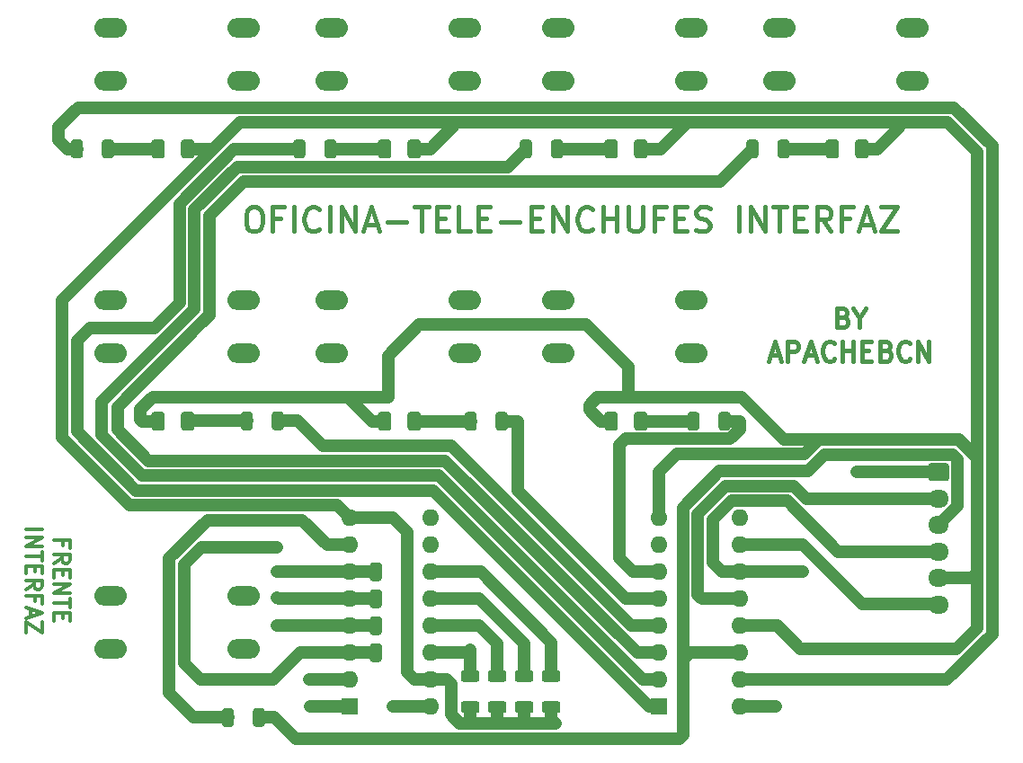
<source format=gbr>
%TF.GenerationSoftware,KiCad,Pcbnew,5.1.10*%
%TF.CreationDate,2021-07-27T03:07:11+02:00*%
%TF.ProjectId,OFICINA-TELE-ENCHUFES-INTERFAZ,4f464943-494e-4412-9d54-454c452d454e,rev?*%
%TF.SameCoordinates,Original*%
%TF.FileFunction,Copper,L1,Top*%
%TF.FilePolarity,Positive*%
%FSLAX46Y46*%
G04 Gerber Fmt 4.6, Leading zero omitted, Abs format (unit mm)*
G04 Created by KiCad (PCBNEW 5.1.10) date 2021-07-27 03:07:11*
%MOMM*%
%LPD*%
G01*
G04 APERTURE LIST*
%TA.AperFunction,NonConductor*%
%ADD10C,0.450000*%
%TD*%
%TA.AperFunction,NonConductor*%
%ADD11C,0.375000*%
%TD*%
%TA.AperFunction,ComponentPad*%
%ADD12O,1.600000X1.600000*%
%TD*%
%TA.AperFunction,ComponentPad*%
%ADD13R,1.600000X1.600000*%
%TD*%
%TA.AperFunction,ComponentPad*%
%ADD14O,3.048000X1.850000*%
%TD*%
%TA.AperFunction,ComponentPad*%
%ADD15O,1.950000X1.700000*%
%TD*%
%TA.AperFunction,ViaPad*%
%ADD16C,0.800000*%
%TD*%
%TA.AperFunction,Conductor*%
%ADD17C,1.200000*%
%TD*%
G04 APERTURE END LIST*
D10*
X127069714Y-78288476D02*
X127507809Y-78288476D01*
X127726857Y-78398000D01*
X127945904Y-78617047D01*
X128055428Y-79055142D01*
X128055428Y-79821809D01*
X127945904Y-80259904D01*
X127726857Y-80478952D01*
X127507809Y-80588476D01*
X127069714Y-80588476D01*
X126850666Y-80478952D01*
X126631619Y-80259904D01*
X126522095Y-79821809D01*
X126522095Y-79055142D01*
X126631619Y-78617047D01*
X126850666Y-78398000D01*
X127069714Y-78288476D01*
X129807809Y-79383714D02*
X129041142Y-79383714D01*
X129041142Y-80588476D02*
X129041142Y-78288476D01*
X130136380Y-78288476D01*
X131012571Y-80588476D02*
X131012571Y-78288476D01*
X133422095Y-80369428D02*
X133312571Y-80478952D01*
X132984000Y-80588476D01*
X132764952Y-80588476D01*
X132436380Y-80478952D01*
X132217333Y-80259904D01*
X132107809Y-80040857D01*
X131998285Y-79602761D01*
X131998285Y-79274190D01*
X132107809Y-78836095D01*
X132217333Y-78617047D01*
X132436380Y-78398000D01*
X132764952Y-78288476D01*
X132984000Y-78288476D01*
X133312571Y-78398000D01*
X133422095Y-78507523D01*
X134407809Y-80588476D02*
X134407809Y-78288476D01*
X135503047Y-80588476D02*
X135503047Y-78288476D01*
X136817333Y-80588476D01*
X136817333Y-78288476D01*
X137803047Y-79931333D02*
X138898285Y-79931333D01*
X137584000Y-80588476D02*
X138350666Y-78288476D01*
X139117333Y-80588476D01*
X139884000Y-79712285D02*
X141636380Y-79712285D01*
X142403047Y-78288476D02*
X143717333Y-78288476D01*
X143060190Y-80588476D02*
X143060190Y-78288476D01*
X144484000Y-79383714D02*
X145250666Y-79383714D01*
X145579238Y-80588476D02*
X144484000Y-80588476D01*
X144484000Y-78288476D01*
X145579238Y-78288476D01*
X147660190Y-80588476D02*
X146564952Y-80588476D01*
X146564952Y-78288476D01*
X148426857Y-79383714D02*
X149193523Y-79383714D01*
X149522095Y-80588476D02*
X148426857Y-80588476D01*
X148426857Y-78288476D01*
X149522095Y-78288476D01*
X150507809Y-79712285D02*
X152260190Y-79712285D01*
X153355428Y-79383714D02*
X154122095Y-79383714D01*
X154450666Y-80588476D02*
X153355428Y-80588476D01*
X153355428Y-78288476D01*
X154450666Y-78288476D01*
X155436380Y-80588476D02*
X155436380Y-78288476D01*
X156750666Y-80588476D01*
X156750666Y-78288476D01*
X159160190Y-80369428D02*
X159050666Y-80478952D01*
X158722095Y-80588476D01*
X158503047Y-80588476D01*
X158174476Y-80478952D01*
X157955428Y-80259904D01*
X157845904Y-80040857D01*
X157736380Y-79602761D01*
X157736380Y-79274190D01*
X157845904Y-78836095D01*
X157955428Y-78617047D01*
X158174476Y-78398000D01*
X158503047Y-78288476D01*
X158722095Y-78288476D01*
X159050666Y-78398000D01*
X159160190Y-78507523D01*
X160145904Y-80588476D02*
X160145904Y-78288476D01*
X160145904Y-79383714D02*
X161460190Y-79383714D01*
X161460190Y-80588476D02*
X161460190Y-78288476D01*
X162555428Y-78288476D02*
X162555428Y-80150380D01*
X162664952Y-80369428D01*
X162774476Y-80478952D01*
X162993523Y-80588476D01*
X163431619Y-80588476D01*
X163650666Y-80478952D01*
X163760190Y-80369428D01*
X163869714Y-80150380D01*
X163869714Y-78288476D01*
X165731619Y-79383714D02*
X164964952Y-79383714D01*
X164964952Y-80588476D02*
X164964952Y-78288476D01*
X166060190Y-78288476D01*
X166936380Y-79383714D02*
X167703047Y-79383714D01*
X168031619Y-80588476D02*
X166936380Y-80588476D01*
X166936380Y-78288476D01*
X168031619Y-78288476D01*
X168907809Y-80478952D02*
X169236380Y-80588476D01*
X169784000Y-80588476D01*
X170003047Y-80478952D01*
X170112571Y-80369428D01*
X170222095Y-80150380D01*
X170222095Y-79931333D01*
X170112571Y-79712285D01*
X170003047Y-79602761D01*
X169784000Y-79493238D01*
X169345904Y-79383714D01*
X169126857Y-79274190D01*
X169017333Y-79164666D01*
X168907809Y-78945619D01*
X168907809Y-78726571D01*
X169017333Y-78507523D01*
X169126857Y-78398000D01*
X169345904Y-78288476D01*
X169893523Y-78288476D01*
X170222095Y-78398000D01*
X172960190Y-80588476D02*
X172960190Y-78288476D01*
X174055428Y-80588476D02*
X174055428Y-78288476D01*
X175369714Y-80588476D01*
X175369714Y-78288476D01*
X176136380Y-78288476D02*
X177450666Y-78288476D01*
X176793523Y-80588476D02*
X176793523Y-78288476D01*
X178217333Y-79383714D02*
X178984000Y-79383714D01*
X179312571Y-80588476D02*
X178217333Y-80588476D01*
X178217333Y-78288476D01*
X179312571Y-78288476D01*
X181612571Y-80588476D02*
X180845904Y-79493238D01*
X180298285Y-80588476D02*
X180298285Y-78288476D01*
X181174476Y-78288476D01*
X181393523Y-78398000D01*
X181503047Y-78507523D01*
X181612571Y-78726571D01*
X181612571Y-79055142D01*
X181503047Y-79274190D01*
X181393523Y-79383714D01*
X181174476Y-79493238D01*
X180298285Y-79493238D01*
X183364952Y-79383714D02*
X182598285Y-79383714D01*
X182598285Y-80588476D02*
X182598285Y-78288476D01*
X183693523Y-78288476D01*
X184460190Y-79931333D02*
X185555428Y-79931333D01*
X184241142Y-80588476D02*
X185007809Y-78288476D01*
X185774476Y-80588476D01*
X186322095Y-78288476D02*
X187855428Y-78288476D01*
X186322095Y-80588476D01*
X187855428Y-80588476D01*
X182777142Y-88696428D02*
X183034285Y-88782142D01*
X183120000Y-88867857D01*
X183205714Y-89039285D01*
X183205714Y-89296428D01*
X183120000Y-89467857D01*
X183034285Y-89553571D01*
X182862857Y-89639285D01*
X182177142Y-89639285D01*
X182177142Y-87839285D01*
X182777142Y-87839285D01*
X182948571Y-87925000D01*
X183034285Y-88010714D01*
X183120000Y-88182142D01*
X183120000Y-88353571D01*
X183034285Y-88525000D01*
X182948571Y-88610714D01*
X182777142Y-88696428D01*
X182177142Y-88696428D01*
X184320000Y-88782142D02*
X184320000Y-89639285D01*
X183720000Y-87839285D02*
X184320000Y-88782142D01*
X184920000Y-87839285D01*
X175920000Y-92275000D02*
X176777142Y-92275000D01*
X175748571Y-92789285D02*
X176348571Y-90989285D01*
X176948571Y-92789285D01*
X177548571Y-92789285D02*
X177548571Y-90989285D01*
X178234285Y-90989285D01*
X178405714Y-91075000D01*
X178491428Y-91160714D01*
X178577142Y-91332142D01*
X178577142Y-91589285D01*
X178491428Y-91760714D01*
X178405714Y-91846428D01*
X178234285Y-91932142D01*
X177548571Y-91932142D01*
X179262857Y-92275000D02*
X180120000Y-92275000D01*
X179091428Y-92789285D02*
X179691428Y-90989285D01*
X180291428Y-92789285D01*
X181920000Y-92617857D02*
X181834285Y-92703571D01*
X181577142Y-92789285D01*
X181405714Y-92789285D01*
X181148571Y-92703571D01*
X180977142Y-92532142D01*
X180891428Y-92360714D01*
X180805714Y-92017857D01*
X180805714Y-91760714D01*
X180891428Y-91417857D01*
X180977142Y-91246428D01*
X181148571Y-91075000D01*
X181405714Y-90989285D01*
X181577142Y-90989285D01*
X181834285Y-91075000D01*
X181920000Y-91160714D01*
X182691428Y-92789285D02*
X182691428Y-90989285D01*
X182691428Y-91846428D02*
X183720000Y-91846428D01*
X183720000Y-92789285D02*
X183720000Y-90989285D01*
X184577142Y-91846428D02*
X185177142Y-91846428D01*
X185434285Y-92789285D02*
X184577142Y-92789285D01*
X184577142Y-90989285D01*
X185434285Y-90989285D01*
X186805714Y-91846428D02*
X187062857Y-91932142D01*
X187148571Y-92017857D01*
X187234285Y-92189285D01*
X187234285Y-92446428D01*
X187148571Y-92617857D01*
X187062857Y-92703571D01*
X186891428Y-92789285D01*
X186205714Y-92789285D01*
X186205714Y-90989285D01*
X186805714Y-90989285D01*
X186977142Y-91075000D01*
X187062857Y-91160714D01*
X187148571Y-91332142D01*
X187148571Y-91503571D01*
X187062857Y-91675000D01*
X186977142Y-91760714D01*
X186805714Y-91846428D01*
X186205714Y-91846428D01*
X189034285Y-92617857D02*
X188948571Y-92703571D01*
X188691428Y-92789285D01*
X188520000Y-92789285D01*
X188262857Y-92703571D01*
X188091428Y-92532142D01*
X188005714Y-92360714D01*
X187920000Y-92017857D01*
X187920000Y-91760714D01*
X188005714Y-91417857D01*
X188091428Y-91246428D01*
X188262857Y-91075000D01*
X188520000Y-90989285D01*
X188691428Y-90989285D01*
X188948571Y-91075000D01*
X189034285Y-91160714D01*
X189805714Y-92789285D02*
X189805714Y-90989285D01*
X190834285Y-92789285D01*
X190834285Y-90989285D01*
D11*
X109250642Y-110213000D02*
X109250642Y-109713000D01*
X108464928Y-109713000D02*
X109964928Y-109713000D01*
X109964928Y-110427285D01*
X108464928Y-111855857D02*
X109179214Y-111355857D01*
X108464928Y-110998714D02*
X109964928Y-110998714D01*
X109964928Y-111570142D01*
X109893500Y-111713000D01*
X109822071Y-111784428D01*
X109679214Y-111855857D01*
X109464928Y-111855857D01*
X109322071Y-111784428D01*
X109250642Y-111713000D01*
X109179214Y-111570142D01*
X109179214Y-110998714D01*
X109250642Y-112498714D02*
X109250642Y-112998714D01*
X108464928Y-113213000D02*
X108464928Y-112498714D01*
X109964928Y-112498714D01*
X109964928Y-113213000D01*
X108464928Y-113855857D02*
X109964928Y-113855857D01*
X108464928Y-114713000D01*
X109964928Y-114713000D01*
X109964928Y-115213000D02*
X109964928Y-116070142D01*
X108464928Y-115641571D02*
X109964928Y-115641571D01*
X109250642Y-116570142D02*
X109250642Y-117070142D01*
X108464928Y-117284428D02*
X108464928Y-116570142D01*
X109964928Y-116570142D01*
X109964928Y-117284428D01*
X105839928Y-108677285D02*
X107339928Y-108677285D01*
X105839928Y-109391571D02*
X107339928Y-109391571D01*
X105839928Y-110248714D01*
X107339928Y-110248714D01*
X107339928Y-110748714D02*
X107339928Y-111605857D01*
X105839928Y-111177285D02*
X107339928Y-111177285D01*
X106625642Y-112105857D02*
X106625642Y-112605857D01*
X105839928Y-112820142D02*
X105839928Y-112105857D01*
X107339928Y-112105857D01*
X107339928Y-112820142D01*
X105839928Y-114320142D02*
X106554214Y-113820142D01*
X105839928Y-113463000D02*
X107339928Y-113463000D01*
X107339928Y-114034428D01*
X107268500Y-114177285D01*
X107197071Y-114248714D01*
X107054214Y-114320142D01*
X106839928Y-114320142D01*
X106697071Y-114248714D01*
X106625642Y-114177285D01*
X106554214Y-114034428D01*
X106554214Y-113463000D01*
X106625642Y-115463000D02*
X106625642Y-114963000D01*
X105839928Y-114963000D02*
X107339928Y-114963000D01*
X107339928Y-115677285D01*
X106268500Y-116177285D02*
X106268500Y-116891571D01*
X105839928Y-116034428D02*
X107339928Y-116534428D01*
X105839928Y-117034428D01*
X107339928Y-117391571D02*
X107339928Y-118391571D01*
X105839928Y-117391571D01*
X105839928Y-118391571D01*
%TO.P,RD2,2*%
%TO.N,/RD2*%
%TA.AperFunction,SMDPad,CuDef*%
G36*
G01*
X132115436Y-72197997D02*
X132115436Y-73448003D01*
G75*
G02*
X131865439Y-73698000I-249997J0D01*
G01*
X131240433Y-73698000D01*
G75*
G02*
X130990436Y-73448003I0J249997D01*
G01*
X130990436Y-72197997D01*
G75*
G02*
X131240433Y-71948000I249997J0D01*
G01*
X131865439Y-71948000D01*
G75*
G02*
X132115436Y-72197997I0J-249997D01*
G01*
G37*
%TD.AperFunction*%
%TO.P,RD2,1*%
%TO.N,Net-(D2-Pad2)*%
%TA.AperFunction,SMDPad,CuDef*%
G36*
G01*
X135040436Y-72197997D02*
X135040436Y-73448003D01*
G75*
G02*
X134790439Y-73698000I-249997J0D01*
G01*
X134165433Y-73698000D01*
G75*
G02*
X133915436Y-73448003I0J249997D01*
G01*
X133915436Y-72197997D01*
G75*
G02*
X134165433Y-71948000I249997J0D01*
G01*
X134790439Y-71948000D01*
G75*
G02*
X135040436Y-72197997I0J-249997D01*
G01*
G37*
%TD.AperFunction*%
%TD*%
D12*
%TO.P,U1,16*%
%TO.N,VCC*%
X143937436Y-125363000D03*
%TO.P,U1,8*%
%TO.N,GND*%
X136317436Y-107583000D03*
%TO.P,U1,15*%
X143937436Y-122823000D03*
%TO.P,U1,7*%
%TO.N,/DATA_IN*%
X136317436Y-110123000D03*
%TO.P,U1,14*%
%TO.N,/SW4*%
X143937436Y-120283000D03*
%TO.P,U1,6*%
%TO.N,/SW_ALL_OFF1*%
X136317436Y-112663000D03*
%TO.P,U1,13*%
%TO.N,/SW3*%
X143937436Y-117743000D03*
%TO.P,U1,5*%
%TO.N,/SW7*%
X136317436Y-115203000D03*
%TO.P,U1,12*%
%TO.N,/SW2*%
X143937436Y-115203000D03*
%TO.P,U1,4*%
%TO.N,/SW6*%
X136317436Y-117743000D03*
%TO.P,U1,11*%
%TO.N,/SW1*%
X143937436Y-112663000D03*
%TO.P,U1,3*%
%TO.N,/SW5*%
X136317436Y-120283000D03*
%TO.P,U1,10*%
%TO.N,Net-(U1-Pad10)*%
X143937436Y-110123000D03*
%TO.P,U1,2*%
%TO.N,/CLOCK*%
X136317436Y-122823000D03*
%TO.P,U1,9*%
%TO.N,Net-(U1-Pad9)*%
X143937436Y-107583000D03*
D13*
%TO.P,U1,1*%
%TO.N,/LOAD*%
X136317436Y-125363000D03*
%TD*%
D12*
%TO.P,U2,16*%
%TO.N,VCC*%
X173045000Y-125363000D03*
%TO.P,U2,8*%
%TO.N,GND*%
X165425000Y-107583000D03*
%TO.P,U2,15*%
%TO.N,/RD1*%
X173045000Y-122823000D03*
%TO.P,U2,7*%
%TO.N,Net-(U2-Pad7)*%
X165425000Y-110123000D03*
%TO.P,U2,14*%
%TO.N,/DATA*%
X173045000Y-120283000D03*
%TO.P,U2,6*%
%TO.N,/RD7*%
X165425000Y-112663000D03*
%TO.P,U2,13*%
%TO.N,GND*%
X173045000Y-117743000D03*
%TO.P,U2,5*%
%TO.N,/RD6*%
X165425000Y-115203000D03*
%TO.P,U2,12*%
%TO.N,/LATCH*%
X173045000Y-115203000D03*
%TO.P,U2,4*%
%TO.N,/RD5*%
X165425000Y-117743000D03*
%TO.P,U2,11*%
%TO.N,/CLOCK*%
X173045000Y-112663000D03*
%TO.P,U2,3*%
%TO.N,/RD4*%
X165425000Y-120283000D03*
%TO.P,U2,10*%
%TO.N,VCC*%
X173045000Y-110123000D03*
%TO.P,U2,2*%
%TO.N,/RD3*%
X165425000Y-122823000D03*
%TO.P,U2,9*%
%TO.N,Net-(U2-Pad9)*%
X173045000Y-107583000D03*
D13*
%TO.P,U2,1*%
%TO.N,/RD2*%
X165425000Y-125363000D03*
%TD*%
%TO.P,D1,2*%
%TO.N,Net-(D1-Pad2)*%
%TA.AperFunction,SMDPad,CuDef*%
G36*
G01*
X118867000Y-72198000D02*
X118867000Y-73448000D01*
G75*
G02*
X118617000Y-73698000I-250000J0D01*
G01*
X117867000Y-73698000D01*
G75*
G02*
X117617000Y-73448000I0J250000D01*
G01*
X117617000Y-72198000D01*
G75*
G02*
X117867000Y-71948000I250000J0D01*
G01*
X118617000Y-71948000D01*
G75*
G02*
X118867000Y-72198000I0J-250000D01*
G01*
G37*
%TD.AperFunction*%
%TO.P,D1,1*%
%TO.N,GND*%
%TA.AperFunction,SMDPad,CuDef*%
G36*
G01*
X121667000Y-72198000D02*
X121667000Y-73448000D01*
G75*
G02*
X121417000Y-73698000I-250000J0D01*
G01*
X120667000Y-73698000D01*
G75*
G02*
X120417000Y-73448000I0J250000D01*
G01*
X120417000Y-72198000D01*
G75*
G02*
X120667000Y-71948000I250000J0D01*
G01*
X121417000Y-71948000D01*
G75*
G02*
X121667000Y-72198000I0J-250000D01*
G01*
G37*
%TD.AperFunction*%
%TD*%
%TO.P,RD6,2*%
%TO.N,/RD6*%
%TA.AperFunction,SMDPad,CuDef*%
G36*
G01*
X150051000Y-99102003D02*
X150051000Y-97851997D01*
G75*
G02*
X150300997Y-97602000I249997J0D01*
G01*
X150926003Y-97602000D01*
G75*
G02*
X151176000Y-97851997I0J-249997D01*
G01*
X151176000Y-99102003D01*
G75*
G02*
X150926003Y-99352000I-249997J0D01*
G01*
X150300997Y-99352000D01*
G75*
G02*
X150051000Y-99102003I0J249997D01*
G01*
G37*
%TD.AperFunction*%
%TO.P,RD6,1*%
%TO.N,Net-(D6-Pad2)*%
%TA.AperFunction,SMDPad,CuDef*%
G36*
G01*
X147126000Y-99102003D02*
X147126000Y-97851997D01*
G75*
G02*
X147375997Y-97602000I249997J0D01*
G01*
X148001003Y-97602000D01*
G75*
G02*
X148251000Y-97851997I0J-249997D01*
G01*
X148251000Y-99102003D01*
G75*
G02*
X148001003Y-99352000I-249997J0D01*
G01*
X147375997Y-99352000D01*
G75*
G02*
X147126000Y-99102003I0J249997D01*
G01*
G37*
%TD.AperFunction*%
%TD*%
D14*
%TO.P,SW1,1*%
%TO.N,VCC*%
X126300000Y-61393000D03*
%TO.P,SW1,2*%
%TO.N,/SW1*%
X126300000Y-66393000D03*
%TO.P,SW1,1*%
%TO.N,VCC*%
X113800000Y-61393000D03*
%TO.P,SW1,2*%
%TO.N,/SW1*%
X113800000Y-66393000D03*
%TD*%
%TO.P,SWR7,2*%
%TO.N,/SW7*%
%TA.AperFunction,SMDPad,CuDef*%
G36*
G01*
X139316000Y-114577997D02*
X139316000Y-115828003D01*
G75*
G02*
X139066003Y-116078000I-249997J0D01*
G01*
X138440997Y-116078000D01*
G75*
G02*
X138191000Y-115828003I0J249997D01*
G01*
X138191000Y-114577997D01*
G75*
G02*
X138440997Y-114328000I249997J0D01*
G01*
X139066003Y-114328000D01*
G75*
G02*
X139316000Y-114577997I0J-249997D01*
G01*
G37*
%TD.AperFunction*%
%TO.P,SWR7,1*%
%TO.N,GND*%
%TA.AperFunction,SMDPad,CuDef*%
G36*
G01*
X142241000Y-114577997D02*
X142241000Y-115828003D01*
G75*
G02*
X141991003Y-116078000I-249997J0D01*
G01*
X141365997Y-116078000D01*
G75*
G02*
X141116000Y-115828003I0J249997D01*
G01*
X141116000Y-114577997D01*
G75*
G02*
X141365997Y-114328000I249997J0D01*
G01*
X141991003Y-114328000D01*
G75*
G02*
X142241000Y-114577997I0J-249997D01*
G01*
G37*
%TD.AperFunction*%
%TD*%
D15*
%TO.P,J1,6*%
%TO.N,VCC*%
X191760000Y-115770000D03*
%TO.P,J1,5*%
%TO.N,GND*%
X191760000Y-113270000D03*
%TO.P,J1,4*%
%TO.N,/CLOCK*%
X191760000Y-110770000D03*
%TO.P,J1,3*%
%TO.N,/DATA*%
X191760000Y-108270000D03*
%TO.P,J1,2*%
%TO.N,/LATCH*%
X191760000Y-105770000D03*
%TO.P,J1,1*%
%TO.N,/LOAD*%
%TA.AperFunction,ComponentPad*%
G36*
G01*
X191035000Y-102420000D02*
X192485000Y-102420000D01*
G75*
G02*
X192735000Y-102670000I0J-250000D01*
G01*
X192735000Y-103870000D01*
G75*
G02*
X192485000Y-104120000I-250000J0D01*
G01*
X191035000Y-104120000D01*
G75*
G02*
X190785000Y-103870000I0J250000D01*
G01*
X190785000Y-102670000D01*
G75*
G02*
X191035000Y-102420000I250000J0D01*
G01*
G37*
%TD.AperFunction*%
%TD*%
%TO.P,SWR8,2*%
%TO.N,/SW_ALL_OFF1*%
%TA.AperFunction,SMDPad,CuDef*%
G36*
G01*
X139316000Y-112037997D02*
X139316000Y-113288003D01*
G75*
G02*
X139066003Y-113538000I-249997J0D01*
G01*
X138440997Y-113538000D01*
G75*
G02*
X138191000Y-113288003I0J249997D01*
G01*
X138191000Y-112037997D01*
G75*
G02*
X138440997Y-111788000I249997J0D01*
G01*
X139066003Y-111788000D01*
G75*
G02*
X139316000Y-112037997I0J-249997D01*
G01*
G37*
%TD.AperFunction*%
%TO.P,SWR8,1*%
%TO.N,GND*%
%TA.AperFunction,SMDPad,CuDef*%
G36*
G01*
X142241000Y-112037997D02*
X142241000Y-113288003D01*
G75*
G02*
X141991003Y-113538000I-249997J0D01*
G01*
X141365997Y-113538000D01*
G75*
G02*
X141116000Y-113288003I0J249997D01*
G01*
X141116000Y-112037997D01*
G75*
G02*
X141365997Y-111788000I249997J0D01*
G01*
X141991003Y-111788000D01*
G75*
G02*
X142241000Y-112037997I0J-249997D01*
G01*
G37*
%TD.AperFunction*%
%TD*%
%TO.P,SWR6,2*%
%TO.N,/SW6*%
%TA.AperFunction,SMDPad,CuDef*%
G36*
G01*
X139316000Y-117117997D02*
X139316000Y-118368003D01*
G75*
G02*
X139066003Y-118618000I-249997J0D01*
G01*
X138440997Y-118618000D01*
G75*
G02*
X138191000Y-118368003I0J249997D01*
G01*
X138191000Y-117117997D01*
G75*
G02*
X138440997Y-116868000I249997J0D01*
G01*
X139066003Y-116868000D01*
G75*
G02*
X139316000Y-117117997I0J-249997D01*
G01*
G37*
%TD.AperFunction*%
%TO.P,SWR6,1*%
%TO.N,GND*%
%TA.AperFunction,SMDPad,CuDef*%
G36*
G01*
X142241000Y-117117997D02*
X142241000Y-118368003D01*
G75*
G02*
X141991003Y-118618000I-249997J0D01*
G01*
X141365997Y-118618000D01*
G75*
G02*
X141116000Y-118368003I0J249997D01*
G01*
X141116000Y-117117997D01*
G75*
G02*
X141365997Y-116868000I249997J0D01*
G01*
X141991003Y-116868000D01*
G75*
G02*
X142241000Y-117117997I0J-249997D01*
G01*
G37*
%TD.AperFunction*%
%TD*%
%TO.P,SWR5,1*%
%TO.N,GND*%
%TA.AperFunction,SMDPad,CuDef*%
G36*
G01*
X142241000Y-119657997D02*
X142241000Y-120908003D01*
G75*
G02*
X141991003Y-121158000I-249997J0D01*
G01*
X141365997Y-121158000D01*
G75*
G02*
X141116000Y-120908003I0J249997D01*
G01*
X141116000Y-119657997D01*
G75*
G02*
X141365997Y-119408000I249997J0D01*
G01*
X141991003Y-119408000D01*
G75*
G02*
X142241000Y-119657997I0J-249997D01*
G01*
G37*
%TD.AperFunction*%
%TO.P,SWR5,2*%
%TO.N,/SW5*%
%TA.AperFunction,SMDPad,CuDef*%
G36*
G01*
X139316000Y-119657997D02*
X139316000Y-120908003D01*
G75*
G02*
X139066003Y-121158000I-249997J0D01*
G01*
X138440997Y-121158000D01*
G75*
G02*
X138191000Y-120908003I0J249997D01*
G01*
X138191000Y-119657997D01*
G75*
G02*
X138440997Y-119408000I249997J0D01*
G01*
X139066003Y-119408000D01*
G75*
G02*
X139316000Y-119657997I0J-249997D01*
G01*
G37*
%TD.AperFunction*%
%TD*%
%TO.P,SWR4,2*%
%TO.N,/SW4*%
%TA.AperFunction,SMDPad,CuDef*%
G36*
G01*
X148267439Y-123050564D02*
X147017433Y-123050564D01*
G75*
G02*
X146767436Y-122800567I0J249997D01*
G01*
X146767436Y-122175561D01*
G75*
G02*
X147017433Y-121925564I249997J0D01*
G01*
X148267439Y-121925564D01*
G75*
G02*
X148517436Y-122175561I0J-249997D01*
G01*
X148517436Y-122800567D01*
G75*
G02*
X148267439Y-123050564I-249997J0D01*
G01*
G37*
%TD.AperFunction*%
%TO.P,SWR4,1*%
%TO.N,GND*%
%TA.AperFunction,SMDPad,CuDef*%
G36*
G01*
X148267439Y-125975564D02*
X147017433Y-125975564D01*
G75*
G02*
X146767436Y-125725567I0J249997D01*
G01*
X146767436Y-125100561D01*
G75*
G02*
X147017433Y-124850564I249997J0D01*
G01*
X148267439Y-124850564D01*
G75*
G02*
X148517436Y-125100561I0J-249997D01*
G01*
X148517436Y-125725567D01*
G75*
G02*
X148267439Y-125975564I-249997J0D01*
G01*
G37*
%TD.AperFunction*%
%TD*%
%TO.P,SWR3,2*%
%TO.N,/SW3*%
%TA.AperFunction,SMDPad,CuDef*%
G36*
G01*
X150807439Y-123050564D02*
X149557433Y-123050564D01*
G75*
G02*
X149307436Y-122800567I0J249997D01*
G01*
X149307436Y-122175561D01*
G75*
G02*
X149557433Y-121925564I249997J0D01*
G01*
X150807439Y-121925564D01*
G75*
G02*
X151057436Y-122175561I0J-249997D01*
G01*
X151057436Y-122800567D01*
G75*
G02*
X150807439Y-123050564I-249997J0D01*
G01*
G37*
%TD.AperFunction*%
%TO.P,SWR3,1*%
%TO.N,GND*%
%TA.AperFunction,SMDPad,CuDef*%
G36*
G01*
X150807439Y-125975564D02*
X149557433Y-125975564D01*
G75*
G02*
X149307436Y-125725567I0J249997D01*
G01*
X149307436Y-125100561D01*
G75*
G02*
X149557433Y-124850564I249997J0D01*
G01*
X150807439Y-124850564D01*
G75*
G02*
X151057436Y-125100561I0J-249997D01*
G01*
X151057436Y-125725567D01*
G75*
G02*
X150807439Y-125975564I-249997J0D01*
G01*
G37*
%TD.AperFunction*%
%TD*%
%TO.P,SWR2,2*%
%TO.N,/SW2*%
%TA.AperFunction,SMDPad,CuDef*%
G36*
G01*
X153347439Y-123050564D02*
X152097433Y-123050564D01*
G75*
G02*
X151847436Y-122800567I0J249997D01*
G01*
X151847436Y-122175561D01*
G75*
G02*
X152097433Y-121925564I249997J0D01*
G01*
X153347439Y-121925564D01*
G75*
G02*
X153597436Y-122175561I0J-249997D01*
G01*
X153597436Y-122800567D01*
G75*
G02*
X153347439Y-123050564I-249997J0D01*
G01*
G37*
%TD.AperFunction*%
%TO.P,SWR2,1*%
%TO.N,GND*%
%TA.AperFunction,SMDPad,CuDef*%
G36*
G01*
X153347439Y-125975564D02*
X152097433Y-125975564D01*
G75*
G02*
X151847436Y-125725567I0J249997D01*
G01*
X151847436Y-125100561D01*
G75*
G02*
X152097433Y-124850564I249997J0D01*
G01*
X153347439Y-124850564D01*
G75*
G02*
X153597436Y-125100561I0J-249997D01*
G01*
X153597436Y-125725567D01*
G75*
G02*
X153347439Y-125975564I-249997J0D01*
G01*
G37*
%TD.AperFunction*%
%TD*%
%TO.P,SWR1,2*%
%TO.N,/SW1*%
%TA.AperFunction,SMDPad,CuDef*%
G36*
G01*
X155887439Y-123050564D02*
X154637433Y-123050564D01*
G75*
G02*
X154387436Y-122800567I0J249997D01*
G01*
X154387436Y-122175561D01*
G75*
G02*
X154637433Y-121925564I249997J0D01*
G01*
X155887439Y-121925564D01*
G75*
G02*
X156137436Y-122175561I0J-249997D01*
G01*
X156137436Y-122800567D01*
G75*
G02*
X155887439Y-123050564I-249997J0D01*
G01*
G37*
%TD.AperFunction*%
%TO.P,SWR1,1*%
%TO.N,GND*%
%TA.AperFunction,SMDPad,CuDef*%
G36*
G01*
X155887439Y-125975564D02*
X154637433Y-125975564D01*
G75*
G02*
X154387436Y-125725567I0J249997D01*
G01*
X154387436Y-125100561D01*
G75*
G02*
X154637433Y-124850564I249997J0D01*
G01*
X155887439Y-124850564D01*
G75*
G02*
X156137436Y-125100561I0J-249997D01*
G01*
X156137436Y-125725567D01*
G75*
G02*
X155887439Y-125975564I-249997J0D01*
G01*
G37*
%TD.AperFunction*%
%TD*%
%TO.P,RDATA1,2*%
%TO.N,/DATA*%
%TA.AperFunction,SMDPad,CuDef*%
G36*
G01*
X127184436Y-127022003D02*
X127184436Y-125771997D01*
G75*
G02*
X127434433Y-125522000I249997J0D01*
G01*
X128059439Y-125522000D01*
G75*
G02*
X128309436Y-125771997I0J-249997D01*
G01*
X128309436Y-127022003D01*
G75*
G02*
X128059439Y-127272000I-249997J0D01*
G01*
X127434433Y-127272000D01*
G75*
G02*
X127184436Y-127022003I0J249997D01*
G01*
G37*
%TD.AperFunction*%
%TO.P,RDATA1,1*%
%TO.N,/DATA_IN*%
%TA.AperFunction,SMDPad,CuDef*%
G36*
G01*
X124259436Y-127022003D02*
X124259436Y-125771997D01*
G75*
G02*
X124509433Y-125522000I249997J0D01*
G01*
X125134439Y-125522000D01*
G75*
G02*
X125384436Y-125771997I0J-249997D01*
G01*
X125384436Y-127022003D01*
G75*
G02*
X125134439Y-127272000I-249997J0D01*
G01*
X124509433Y-127272000D01*
G75*
G02*
X124259436Y-127022003I0J249997D01*
G01*
G37*
%TD.AperFunction*%
%TD*%
%TO.P,RD7,2*%
%TO.N,/RD7*%
%TA.AperFunction,SMDPad,CuDef*%
G36*
G01*
X171035000Y-99102003D02*
X171035000Y-97851997D01*
G75*
G02*
X171284997Y-97602000I249997J0D01*
G01*
X171910003Y-97602000D01*
G75*
G02*
X172160000Y-97851997I0J-249997D01*
G01*
X172160000Y-99102003D01*
G75*
G02*
X171910003Y-99352000I-249997J0D01*
G01*
X171284997Y-99352000D01*
G75*
G02*
X171035000Y-99102003I0J249997D01*
G01*
G37*
%TD.AperFunction*%
%TO.P,RD7,1*%
%TO.N,Net-(D7-Pad2)*%
%TA.AperFunction,SMDPad,CuDef*%
G36*
G01*
X168110000Y-99102003D02*
X168110000Y-97851997D01*
G75*
G02*
X168359997Y-97602000I249997J0D01*
G01*
X168985003Y-97602000D01*
G75*
G02*
X169235000Y-97851997I0J-249997D01*
G01*
X169235000Y-99102003D01*
G75*
G02*
X168985003Y-99352000I-249997J0D01*
G01*
X168359997Y-99352000D01*
G75*
G02*
X168110000Y-99102003I0J249997D01*
G01*
G37*
%TD.AperFunction*%
%TD*%
%TO.P,RD5,2*%
%TO.N,/RD5*%
%TA.AperFunction,SMDPad,CuDef*%
G36*
G01*
X128962436Y-99082003D02*
X128962436Y-97831997D01*
G75*
G02*
X129212433Y-97582000I249997J0D01*
G01*
X129837439Y-97582000D01*
G75*
G02*
X130087436Y-97831997I0J-249997D01*
G01*
X130087436Y-99082003D01*
G75*
G02*
X129837439Y-99332000I-249997J0D01*
G01*
X129212433Y-99332000D01*
G75*
G02*
X128962436Y-99082003I0J249997D01*
G01*
G37*
%TD.AperFunction*%
%TO.P,RD5,1*%
%TO.N,Net-(D5-Pad2)*%
%TA.AperFunction,SMDPad,CuDef*%
G36*
G01*
X126037436Y-99082003D02*
X126037436Y-97831997D01*
G75*
G02*
X126287433Y-97582000I249997J0D01*
G01*
X126912439Y-97582000D01*
G75*
G02*
X127162436Y-97831997I0J-249997D01*
G01*
X127162436Y-99082003D01*
G75*
G02*
X126912439Y-99332000I-249997J0D01*
G01*
X126287433Y-99332000D01*
G75*
G02*
X126037436Y-99082003I0J249997D01*
G01*
G37*
%TD.AperFunction*%
%TD*%
%TO.P,RD4,2*%
%TO.N,/RD4*%
%TA.AperFunction,SMDPad,CuDef*%
G36*
G01*
X174787436Y-72197997D02*
X174787436Y-73448003D01*
G75*
G02*
X174537439Y-73698000I-249997J0D01*
G01*
X173912433Y-73698000D01*
G75*
G02*
X173662436Y-73448003I0J249997D01*
G01*
X173662436Y-72197997D01*
G75*
G02*
X173912433Y-71948000I249997J0D01*
G01*
X174537439Y-71948000D01*
G75*
G02*
X174787436Y-72197997I0J-249997D01*
G01*
G37*
%TD.AperFunction*%
%TO.P,RD4,1*%
%TO.N,Net-(D4-Pad2)*%
%TA.AperFunction,SMDPad,CuDef*%
G36*
G01*
X177712436Y-72197997D02*
X177712436Y-73448003D01*
G75*
G02*
X177462439Y-73698000I-249997J0D01*
G01*
X176837433Y-73698000D01*
G75*
G02*
X176587436Y-73448003I0J249997D01*
G01*
X176587436Y-72197997D01*
G75*
G02*
X176837433Y-71948000I249997J0D01*
G01*
X177462439Y-71948000D01*
G75*
G02*
X177712436Y-72197997I0J-249997D01*
G01*
G37*
%TD.AperFunction*%
%TD*%
%TO.P,RD3,2*%
%TO.N,/RD3*%
%TA.AperFunction,SMDPad,CuDef*%
G36*
G01*
X153451436Y-72197997D02*
X153451436Y-73448003D01*
G75*
G02*
X153201439Y-73698000I-249997J0D01*
G01*
X152576433Y-73698000D01*
G75*
G02*
X152326436Y-73448003I0J249997D01*
G01*
X152326436Y-72197997D01*
G75*
G02*
X152576433Y-71948000I249997J0D01*
G01*
X153201439Y-71948000D01*
G75*
G02*
X153451436Y-72197997I0J-249997D01*
G01*
G37*
%TD.AperFunction*%
%TO.P,RD3,1*%
%TO.N,Net-(D3-Pad2)*%
%TA.AperFunction,SMDPad,CuDef*%
G36*
G01*
X156376436Y-72197997D02*
X156376436Y-73448003D01*
G75*
G02*
X156126439Y-73698000I-249997J0D01*
G01*
X155501433Y-73698000D01*
G75*
G02*
X155251436Y-73448003I0J249997D01*
G01*
X155251436Y-72197997D01*
G75*
G02*
X155501433Y-71948000I249997J0D01*
G01*
X156126439Y-71948000D01*
G75*
G02*
X156376436Y-72197997I0J-249997D01*
G01*
G37*
%TD.AperFunction*%
%TD*%
%TO.P,RD1,2*%
%TO.N,/RD1*%
%TA.AperFunction,SMDPad,CuDef*%
G36*
G01*
X111160436Y-72197997D02*
X111160436Y-73448003D01*
G75*
G02*
X110910439Y-73698000I-249997J0D01*
G01*
X110285433Y-73698000D01*
G75*
G02*
X110035436Y-73448003I0J249997D01*
G01*
X110035436Y-72197997D01*
G75*
G02*
X110285433Y-71948000I249997J0D01*
G01*
X110910439Y-71948000D01*
G75*
G02*
X111160436Y-72197997I0J-249997D01*
G01*
G37*
%TD.AperFunction*%
%TO.P,RD1,1*%
%TO.N,Net-(D1-Pad2)*%
%TA.AperFunction,SMDPad,CuDef*%
G36*
G01*
X114085436Y-72197997D02*
X114085436Y-73448003D01*
G75*
G02*
X113835439Y-73698000I-249997J0D01*
G01*
X113210433Y-73698000D01*
G75*
G02*
X112960436Y-73448003I0J249997D01*
G01*
X112960436Y-72197997D01*
G75*
G02*
X113210433Y-71948000I249997J0D01*
G01*
X113835439Y-71948000D01*
G75*
G02*
X114085436Y-72197997I0J-249997D01*
G01*
G37*
%TD.AperFunction*%
%TD*%
%TO.P,D7,2*%
%TO.N,Net-(D7-Pad2)*%
%TA.AperFunction,SMDPad,CuDef*%
G36*
G01*
X163089000Y-99102000D02*
X163089000Y-97852000D01*
G75*
G02*
X163339000Y-97602000I250000J0D01*
G01*
X164089000Y-97602000D01*
G75*
G02*
X164339000Y-97852000I0J-250000D01*
G01*
X164339000Y-99102000D01*
G75*
G02*
X164089000Y-99352000I-250000J0D01*
G01*
X163339000Y-99352000D01*
G75*
G02*
X163089000Y-99102000I0J250000D01*
G01*
G37*
%TD.AperFunction*%
%TO.P,D7,1*%
%TO.N,GND*%
%TA.AperFunction,SMDPad,CuDef*%
G36*
G01*
X160289000Y-99102000D02*
X160289000Y-97852000D01*
G75*
G02*
X160539000Y-97602000I250000J0D01*
G01*
X161289000Y-97602000D01*
G75*
G02*
X161539000Y-97852000I0J-250000D01*
G01*
X161539000Y-99102000D01*
G75*
G02*
X161289000Y-99352000I-250000J0D01*
G01*
X160539000Y-99352000D01*
G75*
G02*
X160289000Y-99102000I0J250000D01*
G01*
G37*
%TD.AperFunction*%
%TD*%
%TO.P,D6,2*%
%TO.N,Net-(D6-Pad2)*%
%TA.AperFunction,SMDPad,CuDef*%
G36*
G01*
X141753000Y-99102000D02*
X141753000Y-97852000D01*
G75*
G02*
X142003000Y-97602000I250000J0D01*
G01*
X142753000Y-97602000D01*
G75*
G02*
X143003000Y-97852000I0J-250000D01*
G01*
X143003000Y-99102000D01*
G75*
G02*
X142753000Y-99352000I-250000J0D01*
G01*
X142003000Y-99352000D01*
G75*
G02*
X141753000Y-99102000I0J250000D01*
G01*
G37*
%TD.AperFunction*%
%TO.P,D6,1*%
%TO.N,GND*%
%TA.AperFunction,SMDPad,CuDef*%
G36*
G01*
X138953000Y-99102000D02*
X138953000Y-97852000D01*
G75*
G02*
X139203000Y-97602000I250000J0D01*
G01*
X139953000Y-97602000D01*
G75*
G02*
X140203000Y-97852000I0J-250000D01*
G01*
X140203000Y-99102000D01*
G75*
G02*
X139953000Y-99352000I-250000J0D01*
G01*
X139203000Y-99352000D01*
G75*
G02*
X138953000Y-99102000I0J250000D01*
G01*
G37*
%TD.AperFunction*%
%TD*%
%TO.P,D5,2*%
%TO.N,Net-(D5-Pad2)*%
%TA.AperFunction,SMDPad,CuDef*%
G36*
G01*
X120417000Y-99102000D02*
X120417000Y-97852000D01*
G75*
G02*
X120667000Y-97602000I250000J0D01*
G01*
X121417000Y-97602000D01*
G75*
G02*
X121667000Y-97852000I0J-250000D01*
G01*
X121667000Y-99102000D01*
G75*
G02*
X121417000Y-99352000I-250000J0D01*
G01*
X120667000Y-99352000D01*
G75*
G02*
X120417000Y-99102000I0J250000D01*
G01*
G37*
%TD.AperFunction*%
%TO.P,D5,1*%
%TO.N,GND*%
%TA.AperFunction,SMDPad,CuDef*%
G36*
G01*
X117617000Y-99102000D02*
X117617000Y-97852000D01*
G75*
G02*
X117867000Y-97602000I250000J0D01*
G01*
X118617000Y-97602000D01*
G75*
G02*
X118867000Y-97852000I0J-250000D01*
G01*
X118867000Y-99102000D01*
G75*
G02*
X118617000Y-99352000I-250000J0D01*
G01*
X117867000Y-99352000D01*
G75*
G02*
X117617000Y-99102000I0J250000D01*
G01*
G37*
%TD.AperFunction*%
%TD*%
%TO.P,D4,2*%
%TO.N,Net-(D4-Pad2)*%
%TA.AperFunction,SMDPad,CuDef*%
G36*
G01*
X182367000Y-72198000D02*
X182367000Y-73448000D01*
G75*
G02*
X182117000Y-73698000I-250000J0D01*
G01*
X181367000Y-73698000D01*
G75*
G02*
X181117000Y-73448000I0J250000D01*
G01*
X181117000Y-72198000D01*
G75*
G02*
X181367000Y-71948000I250000J0D01*
G01*
X182117000Y-71948000D01*
G75*
G02*
X182367000Y-72198000I0J-250000D01*
G01*
G37*
%TD.AperFunction*%
%TO.P,D4,1*%
%TO.N,GND*%
%TA.AperFunction,SMDPad,CuDef*%
G36*
G01*
X185167000Y-72198000D02*
X185167000Y-73448000D01*
G75*
G02*
X184917000Y-73698000I-250000J0D01*
G01*
X184167000Y-73698000D01*
G75*
G02*
X183917000Y-73448000I0J250000D01*
G01*
X183917000Y-72198000D01*
G75*
G02*
X184167000Y-71948000I250000J0D01*
G01*
X184917000Y-71948000D01*
G75*
G02*
X185167000Y-72198000I0J-250000D01*
G01*
G37*
%TD.AperFunction*%
%TD*%
%TO.P,D3,2*%
%TO.N,Net-(D3-Pad2)*%
%TA.AperFunction,SMDPad,CuDef*%
G36*
G01*
X161539000Y-72198000D02*
X161539000Y-73448000D01*
G75*
G02*
X161289000Y-73698000I-250000J0D01*
G01*
X160539000Y-73698000D01*
G75*
G02*
X160289000Y-73448000I0J250000D01*
G01*
X160289000Y-72198000D01*
G75*
G02*
X160539000Y-71948000I250000J0D01*
G01*
X161289000Y-71948000D01*
G75*
G02*
X161539000Y-72198000I0J-250000D01*
G01*
G37*
%TD.AperFunction*%
%TO.P,D3,1*%
%TO.N,GND*%
%TA.AperFunction,SMDPad,CuDef*%
G36*
G01*
X164339000Y-72198000D02*
X164339000Y-73448000D01*
G75*
G02*
X164089000Y-73698000I-250000J0D01*
G01*
X163339000Y-73698000D01*
G75*
G02*
X163089000Y-73448000I0J250000D01*
G01*
X163089000Y-72198000D01*
G75*
G02*
X163339000Y-71948000I250000J0D01*
G01*
X164089000Y-71948000D01*
G75*
G02*
X164339000Y-72198000I0J-250000D01*
G01*
G37*
%TD.AperFunction*%
%TD*%
%TO.P,D2,2*%
%TO.N,Net-(D2-Pad2)*%
%TA.AperFunction,SMDPad,CuDef*%
G36*
G01*
X140203000Y-72198000D02*
X140203000Y-73448000D01*
G75*
G02*
X139953000Y-73698000I-250000J0D01*
G01*
X139203000Y-73698000D01*
G75*
G02*
X138953000Y-73448000I0J250000D01*
G01*
X138953000Y-72198000D01*
G75*
G02*
X139203000Y-71948000I250000J0D01*
G01*
X139953000Y-71948000D01*
G75*
G02*
X140203000Y-72198000I0J-250000D01*
G01*
G37*
%TD.AperFunction*%
%TO.P,D2,1*%
%TO.N,GND*%
%TA.AperFunction,SMDPad,CuDef*%
G36*
G01*
X143003000Y-72198000D02*
X143003000Y-73448000D01*
G75*
G02*
X142753000Y-73698000I-250000J0D01*
G01*
X142003000Y-73698000D01*
G75*
G02*
X141753000Y-73448000I0J250000D01*
G01*
X141753000Y-72198000D01*
G75*
G02*
X142003000Y-71948000I250000J0D01*
G01*
X142753000Y-71948000D01*
G75*
G02*
X143003000Y-72198000I0J-250000D01*
G01*
G37*
%TD.AperFunction*%
%TD*%
D14*
%TO.P,SW_ALL_OFF1,1*%
%TO.N,VCC*%
X113784436Y-119920000D03*
%TO.P,SW_ALL_OFF1,2*%
%TO.N,/SW_ALL_OFF1*%
X113784436Y-114920000D03*
%TO.P,SW_ALL_OFF1,1*%
%TO.N,VCC*%
X126284436Y-119920000D03*
%TO.P,SW_ALL_OFF1,2*%
%TO.N,/SW_ALL_OFF1*%
X126284436Y-114920000D03*
%TD*%
%TO.P,SW7,2*%
%TO.N,/SW7*%
X155964000Y-92047000D03*
%TO.P,SW7,1*%
%TO.N,VCC*%
X155964000Y-87047000D03*
%TO.P,SW7,2*%
%TO.N,/SW7*%
X168464000Y-92047000D03*
%TO.P,SW7,1*%
%TO.N,VCC*%
X168464000Y-87047000D03*
%TD*%
%TO.P,SW6,1*%
%TO.N,VCC*%
X147128000Y-87047000D03*
%TO.P,SW6,2*%
%TO.N,/SW6*%
X147128000Y-92047000D03*
%TO.P,SW6,1*%
%TO.N,VCC*%
X134628000Y-87047000D03*
%TO.P,SW6,2*%
%TO.N,/SW6*%
X134628000Y-92047000D03*
%TD*%
%TO.P,SW5,1*%
%TO.N,VCC*%
X126300000Y-87047000D03*
%TO.P,SW5,2*%
%TO.N,/SW5*%
X126300000Y-92047000D03*
%TO.P,SW5,1*%
%TO.N,VCC*%
X113800000Y-87047000D03*
%TO.P,SW5,2*%
%TO.N,/SW5*%
X113800000Y-92047000D03*
%TD*%
%TO.P,SW4,1*%
%TO.N,VCC*%
X189292000Y-61393000D03*
%TO.P,SW4,2*%
%TO.N,/SW4*%
X189292000Y-66393000D03*
%TO.P,SW4,1*%
%TO.N,VCC*%
X176792000Y-61393000D03*
%TO.P,SW4,2*%
%TO.N,/SW4*%
X176792000Y-66393000D03*
%TD*%
%TO.P,SW3,2*%
%TO.N,/SW3*%
X155964000Y-66393000D03*
%TO.P,SW3,1*%
%TO.N,VCC*%
X155964000Y-61393000D03*
%TO.P,SW3,2*%
%TO.N,/SW3*%
X168464000Y-66393000D03*
%TO.P,SW3,1*%
%TO.N,VCC*%
X168464000Y-61393000D03*
%TD*%
%TO.P,SW2,1*%
%TO.N,VCC*%
X147128000Y-61393000D03*
%TO.P,SW2,2*%
%TO.N,/SW2*%
X147128000Y-66393000D03*
%TO.P,SW2,1*%
%TO.N,VCC*%
X134628000Y-61393000D03*
%TO.P,SW2,2*%
%TO.N,/SW2*%
X134628000Y-66393000D03*
%TD*%
D16*
%TO.N,/CLOCK*%
X132507436Y-122823000D03*
X178971436Y-112663000D03*
%TO.N,VCC*%
X140254436Y-125254000D03*
X176594436Y-110123000D03*
X176467436Y-125363000D03*
%TO.N,/SW1*%
X147493436Y-112681000D03*
%TO.N,/SW4*%
X147620436Y-120047000D03*
%TO.N,/SW3*%
X147493436Y-117761000D03*
%TO.N,/SW5*%
X129477000Y-110395000D03*
%TO.N,/SW6*%
X129459436Y-117761000D03*
%TO.N,/SW7*%
X129459436Y-115094000D03*
%TO.N,/SW_ALL_OFF1*%
X129459436Y-112681000D03*
%TO.N,/SW2*%
X147493436Y-115221000D03*
%TO.N,/LOAD*%
X132531000Y-125363000D03*
X184069436Y-103283000D03*
%TD*%
D17*
%TO.N,Net-(D1-Pad2)*%
X118242000Y-72823000D02*
X113522936Y-72823000D01*
%TO.N,GND*%
X143891000Y-72823000D02*
X146399000Y-70315000D01*
X142378000Y-72823000D02*
X143891000Y-72823000D01*
X146399000Y-70315000D02*
X166805000Y-70315000D01*
X163714000Y-72823000D02*
X165605000Y-72823000D01*
X165605000Y-72823000D02*
X168113000Y-70315000D01*
X166805000Y-70315000D02*
X168113000Y-70315000D01*
X186011000Y-72823000D02*
X188051500Y-70782500D01*
X184542000Y-72823000D02*
X186011000Y-72823000D01*
X187584000Y-70315000D02*
X188051500Y-70782500D01*
X168113000Y-70315000D02*
X184068000Y-70315000D01*
X184068000Y-70315000D02*
X187584000Y-70315000D01*
X139578000Y-98477000D02*
X138393000Y-98477000D01*
X136224000Y-96308000D02*
X136224000Y-96198000D01*
X138393000Y-98477000D02*
X136224000Y-96308000D01*
X116746398Y-98477000D02*
X118242000Y-98477000D01*
X116570001Y-98300603D02*
X116746398Y-98477000D01*
X116570001Y-97340999D02*
X116570001Y-98300603D01*
X117713000Y-96198000D02*
X116570001Y-97340999D01*
X136224000Y-96198000D02*
X117713000Y-96198000D01*
X146399000Y-70315000D02*
X128423000Y-70315000D01*
X128423000Y-70315000D02*
X125933264Y-70315000D01*
X123379000Y-72823000D02*
X123402132Y-72846132D01*
X121042000Y-72823000D02*
X123379000Y-72823000D01*
X125933264Y-70315000D02*
X123402132Y-72846132D01*
X192620000Y-70315000D02*
X188485000Y-70315000D01*
X195411990Y-73106990D02*
X192620000Y-70315000D01*
X184068000Y-70315000D02*
X188485000Y-70315000D01*
X139948000Y-96198000D02*
X139948000Y-92282000D01*
X136224000Y-96198000D02*
X139948000Y-96198000D01*
X139948000Y-92282000D02*
X142850000Y-89380000D01*
X142850000Y-89380000D02*
X158540000Y-89380000D01*
X162532000Y-93372000D02*
X162532000Y-96198000D01*
X158540000Y-89380000D02*
X162532000Y-93372000D01*
X160914000Y-98477000D02*
X159947000Y-98477000D01*
X158860000Y-96956000D02*
X159618000Y-96198000D01*
X158860000Y-97390000D02*
X158860000Y-96956000D01*
X159618000Y-96198000D02*
X162532000Y-96198000D01*
X159947000Y-98477000D02*
X158860000Y-97390000D01*
X141678500Y-108944500D02*
X140317000Y-107583000D01*
X141678500Y-112663000D02*
X141678500Y-108944500D01*
%TO.N,Net-(D6-Pad2)*%
X142378000Y-98477000D02*
X147688500Y-98477000D01*
%TO.N,Net-(D7-Pad2)*%
X163714000Y-98477000D02*
X168672500Y-98477000D01*
%TO.N,GND*%
X141678500Y-120283000D02*
X141678500Y-122106064D01*
X142395436Y-122823000D02*
X143937436Y-122823000D01*
X141678500Y-122106064D02*
X142395436Y-122823000D01*
X141678500Y-120283000D02*
X141678500Y-117743000D01*
X141678500Y-117743000D02*
X141678500Y-115203000D01*
X141678500Y-115203000D02*
X141678500Y-112663000D01*
X147642436Y-126731001D02*
X147874436Y-126963001D01*
X147642436Y-125413064D02*
X147642436Y-126731001D01*
X143937436Y-122823000D02*
X145443436Y-122823000D01*
X145443436Y-122823000D02*
X145842436Y-123222000D01*
X145842436Y-123222000D02*
X145842436Y-126143000D01*
X146662437Y-126963001D02*
X148959435Y-126963001D01*
X148959435Y-126963001D02*
X147874436Y-126963001D01*
X150182436Y-126673000D02*
X150472437Y-126963001D01*
X150182436Y-125413064D02*
X150182436Y-126673000D01*
X150472437Y-126963001D02*
X148959435Y-126963001D01*
X152722436Y-126673000D02*
X153012437Y-126963001D01*
X152722436Y-125413064D02*
X152722436Y-126673000D01*
X153012437Y-126963001D02*
X150472437Y-126963001D01*
X155262436Y-126546000D02*
X155679437Y-126963001D01*
X155262436Y-125413064D02*
X155262436Y-126546000D01*
X155679437Y-126963001D02*
X153012437Y-126963001D01*
X146662437Y-126963001D02*
X145842436Y-126143000D01*
X178735436Y-119920000D02*
X176558436Y-117743000D01*
X193467436Y-119920000D02*
X178735436Y-119920000D01*
X173045000Y-117743000D02*
X176558436Y-117743000D01*
X195411990Y-77033554D02*
X195411990Y-73106990D01*
X162532000Y-96198000D02*
X164230436Y-96198000D01*
X195411990Y-117975446D02*
X193467436Y-119920000D01*
X195411990Y-77033554D02*
X195411990Y-96893446D01*
X194910436Y-113270000D02*
X195411990Y-112768446D01*
X191760000Y-113270000D02*
X194910436Y-113270000D01*
X195411990Y-112768446D02*
X195411990Y-117975446D01*
X195411990Y-96893446D02*
X195411990Y-100274554D01*
X136317436Y-107583000D02*
X140317000Y-107583000D01*
X135136461Y-106402025D02*
X136317436Y-107583000D01*
X115589722Y-106402025D02*
X135136461Y-106402025D01*
X109202990Y-100015292D02*
X115589722Y-106402025D01*
X109202990Y-87045274D02*
X109202990Y-100015292D01*
X123402132Y-72846132D02*
X109202990Y-87045274D01*
X164230436Y-96198000D02*
X173174436Y-96198000D01*
X195411990Y-101953621D02*
X195411990Y-102227446D01*
X193678349Y-100219980D02*
X195411990Y-101953621D01*
X195411990Y-102227446D02*
X195411990Y-112768446D01*
X195411990Y-100274554D02*
X195411990Y-102227446D01*
X183195456Y-100219980D02*
X193678349Y-100219980D01*
X165425000Y-107583000D02*
X165425000Y-103258436D01*
X165425000Y-103258436D02*
X167131416Y-101552020D01*
X175941436Y-98965000D02*
X177196416Y-100219980D01*
X173174436Y-96198000D02*
X175941436Y-98965000D01*
X180453544Y-100219980D02*
X180528456Y-100219980D01*
X179121504Y-101552020D02*
X180453544Y-100219980D01*
X170908456Y-101552020D02*
X179121504Y-101552020D01*
X180528456Y-100219980D02*
X183195456Y-100219980D01*
X177196416Y-100219980D02*
X180528456Y-100219980D01*
X167131416Y-101552020D02*
X170908456Y-101552020D01*
%TO.N,Net-(D2-Pad2)*%
X134477936Y-72823000D02*
X139578000Y-72823000D01*
%TO.N,Net-(D3-Pad2)*%
X155813936Y-72823000D02*
X160914000Y-72823000D01*
%TO.N,Net-(D4-Pad2)*%
X177149936Y-72823000D02*
X181742000Y-72823000D01*
%TO.N,Net-(D5-Pad2)*%
X121062000Y-98457000D02*
X121042000Y-98477000D01*
X126599936Y-98457000D02*
X121062000Y-98457000D01*
%TO.N,/LATCH*%
X169086446Y-107193639D02*
X169086446Y-114843010D01*
X169086446Y-114843010D02*
X169446436Y-115203000D01*
X171697096Y-104582989D02*
X169086446Y-107193639D01*
X178078337Y-104582989D02*
X171697096Y-104582989D01*
X179265348Y-105770000D02*
X178078337Y-104582989D01*
X169446436Y-115203000D02*
X173045000Y-115203000D01*
X191760000Y-105770000D02*
X179265348Y-105770000D01*
X191760000Y-105770000D02*
X183000436Y-105770000D01*
%TO.N,/CLOCK*%
X132507436Y-122823000D02*
X134120000Y-122823000D01*
X136317436Y-122823000D02*
X132507436Y-122823000D01*
X173045000Y-112663000D02*
X178971436Y-112663000D01*
X182285436Y-110770000D02*
X191760000Y-110770000D01*
X177498435Y-105982999D02*
X182285436Y-110770000D01*
X172276999Y-105982999D02*
X177498435Y-105982999D01*
X170486456Y-107773542D02*
X172276999Y-105982999D01*
X170486456Y-111792000D02*
X170486456Y-107773542D01*
X171357456Y-112663000D02*
X170486456Y-111792000D01*
X173045000Y-112663000D02*
X171357456Y-112663000D01*
%TO.N,VCC*%
X143937436Y-125363000D02*
X140363436Y-125363000D01*
X173045000Y-110123000D02*
X176594436Y-110123000D01*
X173045000Y-125363000D02*
X176467436Y-125363000D01*
X191737000Y-115708000D02*
X191778000Y-115749000D01*
X184556436Y-115708000D02*
X191737000Y-115708000D01*
X178971436Y-110123000D02*
X184556436Y-115708000D01*
X176594436Y-110123000D02*
X178971436Y-110123000D01*
%TO.N,/SW1*%
X143937436Y-112663000D02*
X147983436Y-112663000D01*
X155262436Y-119307000D02*
X148618436Y-112663000D01*
X155262436Y-122488064D02*
X155262436Y-119307000D01*
X148618436Y-112663000D02*
X147983436Y-112663000D01*
%TO.N,/SW3*%
X143994349Y-117686087D02*
X143937436Y-117743000D01*
%TO.N,/SW4*%
X147642436Y-120069000D02*
X147620436Y-120047000D01*
X147642436Y-122488064D02*
X147642436Y-120069000D01*
%TO.N,/SW3*%
X143937436Y-117743000D02*
X148491436Y-117743000D01*
X150182436Y-119434000D02*
X148491436Y-117743000D01*
X150182436Y-122488064D02*
X150182436Y-119434000D01*
%TO.N,/SW4*%
X147384436Y-120283000D02*
X147620436Y-120047000D01*
X143937436Y-120283000D02*
X147384436Y-120283000D01*
%TO.N,/SW5*%
X136317436Y-120283000D02*
X138753500Y-120283000D01*
X136317436Y-120283000D02*
X132398436Y-120283000D01*
X120696436Y-111993912D02*
X122295348Y-110395000D01*
X129459436Y-110395000D02*
X129471416Y-110383020D01*
X129471416Y-110383020D02*
X129477000Y-110383020D01*
X122295348Y-110395000D02*
X129459436Y-110395000D01*
X136317436Y-120283000D02*
X131636436Y-120283000D01*
X131636436Y-120283000D02*
X129078436Y-122841000D01*
X129078436Y-122841000D02*
X122220436Y-122841000D01*
X120696436Y-121317000D02*
X120696436Y-116237000D01*
X122220436Y-122841000D02*
X120696436Y-121317000D01*
X120696436Y-116237000D02*
X120696436Y-111993912D01*
%TO.N,/SW6*%
X136317436Y-117743000D02*
X138753500Y-117743000D01*
X129477436Y-117743000D02*
X129459436Y-117761000D01*
X136317436Y-117743000D02*
X129477436Y-117743000D01*
%TO.N,/SW7*%
X136317436Y-115203000D02*
X138753500Y-115203000D01*
X129568436Y-115203000D02*
X129459436Y-115094000D01*
X136317436Y-115203000D02*
X129568436Y-115203000D01*
%TO.N,/SW_ALL_OFF1*%
X136317436Y-112663000D02*
X138753500Y-112663000D01*
X129477436Y-112663000D02*
X129459436Y-112681000D01*
X136317436Y-112663000D02*
X129477436Y-112663000D01*
%TO.N,/SW2*%
X152722436Y-119434000D02*
X148491436Y-115203000D01*
X152722436Y-122488064D02*
X152722436Y-119434000D01*
X143937436Y-115203000D02*
X148491436Y-115203000D01*
%TO.N,/RD1*%
X189512436Y-122823000D02*
X173045000Y-122823000D01*
X192544349Y-122823000D02*
X189512436Y-122823000D01*
X196812000Y-118555349D02*
X192544349Y-122823000D01*
X196812000Y-72527087D02*
X196812000Y-118555349D01*
X110741446Y-68914990D02*
X193199903Y-68914990D01*
X193199903Y-68914990D02*
X196812000Y-72527087D01*
X108885436Y-70771000D02*
X110741446Y-68914990D01*
X108885436Y-72041000D02*
X108885436Y-70771000D01*
X109667436Y-72823000D02*
X108885436Y-72041000D01*
X110597936Y-72823000D02*
X109667436Y-72823000D01*
%TO.N,/RD2*%
X144132451Y-105002015D02*
X164493436Y-125363000D01*
X110603000Y-90897436D02*
X110603000Y-99435389D01*
X111806436Y-89694000D02*
X110603000Y-90897436D01*
X110603000Y-99435389D02*
X116169625Y-105002015D01*
X117878175Y-89694000D02*
X111806436Y-89694000D01*
X120254982Y-87317193D02*
X117878175Y-89694000D01*
X164493436Y-125363000D02*
X165425000Y-125363000D01*
X120254982Y-77973194D02*
X120254982Y-87317193D01*
X116169625Y-105002015D02*
X144132451Y-105002015D01*
X125405175Y-72823000D02*
X120254982Y-77973194D01*
X131552936Y-72823000D02*
X125405175Y-72823000D01*
%TO.N,/RD3*%
X116749528Y-103602005D02*
X144712354Y-103602005D01*
X112911262Y-99763738D02*
X116749528Y-103602005D01*
X112911262Y-96640826D02*
X112911262Y-99763738D01*
X121654989Y-87897099D02*
X112911262Y-96640826D01*
X121654991Y-78553096D02*
X121654989Y-87897099D01*
X125696086Y-74512001D02*
X121654991Y-78553096D01*
X151199936Y-74512000D02*
X125696086Y-74512001D01*
X163933348Y-122823000D02*
X165425000Y-122823000D01*
X145532461Y-104422113D02*
X163933348Y-122823000D01*
X144712354Y-103602005D02*
X145532461Y-104422113D01*
X152888936Y-72823000D02*
X151199936Y-74512000D01*
%TO.N,/RD4*%
X163373260Y-120283000D02*
X165425000Y-120283000D01*
X145292255Y-102201995D02*
X163373260Y-120283000D01*
X117329431Y-102201995D02*
X145292255Y-102201995D01*
X114409218Y-97122782D02*
X114409218Y-99281782D01*
X122234892Y-89297108D02*
X114409218Y-97122782D01*
X123055000Y-88477001D02*
X122234892Y-89297108D01*
X123055000Y-79132999D02*
X123055000Y-88477001D01*
X114409218Y-99281782D02*
X117329431Y-102201995D01*
X126275989Y-75912010D02*
X123055000Y-79132999D01*
X171135926Y-75912010D02*
X126275989Y-75912010D01*
X174224936Y-72823000D02*
X171135926Y-75912010D01*
%TO.N,/RD5*%
X162813172Y-117743000D02*
X165425000Y-117743000D01*
X146692265Y-101622093D02*
X162813172Y-117743000D01*
X133718451Y-100801985D02*
X145872158Y-100801985D01*
X131373466Y-98457000D02*
X133718451Y-100801985D01*
X145872158Y-100801985D02*
X146692265Y-101622093D01*
X129524936Y-98457000D02*
X131373466Y-98457000D01*
%TO.N,/RD6*%
X152085436Y-98477000D02*
X150613500Y-98477000D01*
X152085436Y-105035352D02*
X152085436Y-98477000D01*
X162253084Y-115203000D02*
X152085436Y-105035352D01*
X165425000Y-115203000D02*
X162253084Y-115203000D01*
%TO.N,/RD7*%
X161717436Y-111411000D02*
X162969436Y-112663000D01*
X161717436Y-100743000D02*
X161717436Y-111411000D01*
X162308426Y-100152010D02*
X161717436Y-100743000D01*
X173000436Y-99279000D02*
X172127426Y-100152010D01*
X172127426Y-100152010D02*
X162308426Y-100152010D01*
X173000436Y-98477000D02*
X173000436Y-99279000D01*
X162969436Y-112663000D02*
X165425000Y-112663000D01*
X171597500Y-98477000D02*
X173000436Y-98477000D01*
%TO.N,/DATA_IN*%
X119296426Y-124107990D02*
X121585436Y-126397000D01*
X119296426Y-111414009D02*
X119296426Y-124107990D01*
X121585436Y-126397000D02*
X124821936Y-126397000D01*
X122908401Y-107802035D02*
X119296426Y-111414009D01*
X131819471Y-107802035D02*
X122908401Y-107802035D01*
X134140436Y-110123000D02*
X131819471Y-107802035D01*
X136317436Y-110123000D02*
X134140436Y-110123000D01*
%TO.N,/DATA*%
X135113425Y-128363011D02*
X132695447Y-128363011D01*
X133330447Y-128363011D02*
X135113425Y-128363011D01*
X127746936Y-126397000D02*
X129205436Y-126397000D01*
X129205436Y-126397000D02*
X131171447Y-128363011D01*
X133330447Y-128363011D02*
X131171447Y-128363011D01*
X168339436Y-120283000D02*
X167686436Y-120936000D01*
X173045000Y-120283000D02*
X168339436Y-120283000D01*
X167686436Y-126651000D02*
X167686436Y-120936000D01*
X167686436Y-128048000D02*
X167686436Y-126651000D01*
X167371425Y-128363011D02*
X167686436Y-128048000D01*
X135113425Y-128363011D02*
X167371425Y-128363011D01*
X193535010Y-106494990D02*
X191760000Y-108270000D01*
X193098446Y-101619990D02*
X193535010Y-102056554D01*
X193535010Y-102056554D02*
X193535010Y-106494990D01*
X181033446Y-101619990D02*
X193098446Y-101619990D01*
X179470457Y-103182979D02*
X181033446Y-101619990D01*
X167686436Y-106613736D02*
X171117193Y-103182979D01*
X171117193Y-103182979D02*
X179470457Y-103182979D01*
X167686436Y-120936000D02*
X167686436Y-106613736D01*
%TO.N,/LOAD*%
X136317436Y-125363000D02*
X132531000Y-125363000D01*
X184082436Y-103270000D02*
X184069436Y-103283000D01*
X191760000Y-103270000D02*
X184082436Y-103270000D01*
%TD*%
M02*

</source>
